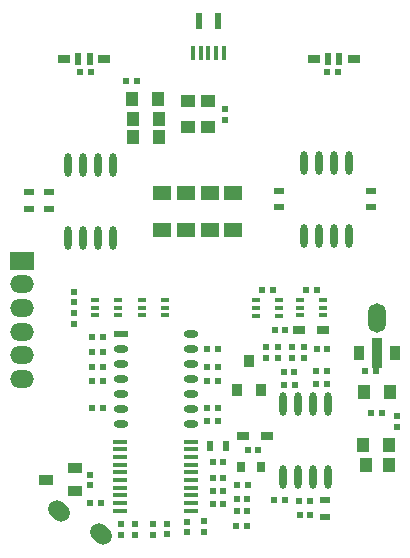
<source format=gtp>
%FSLAX25Y25*%
%MOIN*%
G70*
G01*
G75*
G04 Layer_Color=8421504*
%ADD10C,0.00787*%
%ADD11C,0.01181*%
%ADD12C,0.00984*%
%ADD13R,0.01969X0.02362*%
%ADD14R,0.03937X0.03150*%
%ADD15R,0.03150X0.03543*%
%ADD16R,0.02756X0.01575*%
%ADD17R,0.02362X0.01969*%
%ADD18R,0.04724X0.03543*%
%ADD19R,0.03937X0.02756*%
%ADD20R,0.01969X0.03937*%
%ADD21R,0.02362X0.03937*%
%ADD22O,0.07874X0.05906*%
%ADD23R,0.07874X0.05906*%
%ADD24R,0.03937X0.04724*%
%ADD25R,0.03543X0.03937*%
%ADD26R,0.04921X0.02362*%
%ADD27O,0.04921X0.02362*%
%ADD28R,0.04724X0.03937*%
%ADD29R,0.03543X0.02362*%
%ADD30R,0.06299X0.04921*%
%ADD31O,0.02362X0.07874*%
%ADD32R,0.04724X0.01575*%
%ADD33O,0.02362X0.07874*%
%ADD34R,0.03400X0.10000*%
%ADD35R,0.03400X0.05000*%
%ADD36R,0.02362X0.03543*%
G04:AMPARAMS|DCode=37|XSize=59.06mil|YSize=78.74mil|CornerRadius=0mil|HoleSize=0mil|Usage=FLASHONLY|Rotation=45.000|XOffset=0mil|YOffset=0mil|HoleType=Round|Shape=Round|*
%AMOVALD37*
21,1,0.01969,0.05906,0.00000,0.00000,135.0*
1,1,0.05906,0.00696,-0.00696*
1,1,0.05906,-0.00696,0.00696*
%
%ADD37OVALD37*%

%ADD38R,0.01575X0.04921*%
%ADD39R,0.02362X0.05315*%
%ADD40C,0.01969*%
%ADD41C,0.03937*%
%ADD42C,0.05906*%
%ADD43R,0.06717X0.02806*%
%ADD44R,0.15106X0.14091*%
%ADD45R,0.12325X0.05909*%
%ADD46R,0.08728X0.04000*%
%ADD47R,0.07905X0.22706*%
%ADD48R,0.47900X0.06374*%
%ADD49R,0.06200X0.11200*%
%ADD50R,0.02400X0.07447*%
%ADD51R,0.11060X0.04191*%
%ADD52R,0.38700X0.08270*%
%ADD53R,0.31672X0.09600*%
%ADD54C,0.03937*%
%ADD55C,0.09843*%
%ADD56O,0.11811X0.09843*%
%ADD57C,0.05118*%
%ADD58O,0.04331X0.07087*%
%ADD59C,0.02362*%
%ADD60C,0.07874*%
%ADD61R,0.07874X0.07874*%
%ADD62R,0.05906X0.07874*%
%ADD63C,0.04724*%
%ADD64C,0.00197*%
%ADD65C,0.00394*%
%ADD66C,0.00591*%
%ADD67C,0.01969*%
%ADD68C,0.00250*%
%ADD69C,0.00200*%
%ADD70C,0.00500*%
%ADD71C,0.00374*%
%ADD72C,0.00400*%
%ADD73C,0.00800*%
%ADD74R,0.00200X0.00700*%
%ADD75R,0.00300X0.00600*%
%ADD76R,0.00300X0.00500*%
%ADD77O,0.05906X0.09843*%
D13*
X43110Y69882D02*
D03*
X39567D02*
D03*
X-39109D02*
D03*
X-42653D02*
D03*
X9328Y-81400D02*
D03*
X12872D02*
D03*
X16666Y-56334D02*
D03*
X13122D02*
D03*
X5072Y-65500D02*
D03*
X1528D02*
D03*
X25228Y-34378D02*
D03*
X28772D02*
D03*
X-23819Y66929D02*
D03*
X-27362D02*
D03*
X30528Y-77800D02*
D03*
X34072D02*
D03*
X22020Y-72955D02*
D03*
X25563D02*
D03*
X39690Y-22495D02*
D03*
X36147D02*
D03*
X-39292Y-73835D02*
D03*
X-35748D02*
D03*
X1528Y-69700D02*
D03*
X5072D02*
D03*
X1501Y-60199D02*
D03*
X5045D02*
D03*
X54348Y-43798D02*
D03*
X57891D02*
D03*
X52379Y-29806D02*
D03*
X55923D02*
D03*
X5072Y-74100D02*
D03*
X1528D02*
D03*
X22204Y-16326D02*
D03*
X25748D02*
D03*
X28657Y-30300D02*
D03*
X25114D02*
D03*
X36094Y-29806D02*
D03*
X39638D02*
D03*
X30246Y-73012D02*
D03*
X33789D02*
D03*
X36021Y-34100D02*
D03*
X39565D02*
D03*
X13116Y-67771D02*
D03*
X9572D02*
D03*
X9528Y-76500D02*
D03*
X13072D02*
D03*
Y-72500D02*
D03*
X9528D02*
D03*
X17931Y-2953D02*
D03*
X21474D02*
D03*
X32694D02*
D03*
X36238D02*
D03*
X-38656Y-18558D02*
D03*
X-35113D02*
D03*
Y-23480D02*
D03*
X-38656D02*
D03*
Y-33322D02*
D03*
X-35113D02*
D03*
Y-28401D02*
D03*
X-38656D02*
D03*
Y-42180D02*
D03*
X-35113D02*
D03*
X-270D02*
D03*
X3273D02*
D03*
X3272Y-46500D02*
D03*
X-272D02*
D03*
X3273Y-22495D02*
D03*
X-270D02*
D03*
X3273Y-33322D02*
D03*
X-270D02*
D03*
Y-28401D02*
D03*
X3273D02*
D03*
D14*
X19437Y-51400D02*
D03*
X11563D02*
D03*
X30380Y-16091D02*
D03*
X38254D02*
D03*
D15*
X17643Y-61865D02*
D03*
X10950D02*
D03*
D16*
X30537Y-6157D02*
D03*
Y-8716D02*
D03*
Y-11275D02*
D03*
X38411Y-6157D02*
D03*
Y-8716D02*
D03*
Y-11275D02*
D03*
X15765Y-6299D02*
D03*
Y-8858D02*
D03*
Y-11417D02*
D03*
X23639Y-6299D02*
D03*
Y-8858D02*
D03*
Y-11417D02*
D03*
X-22121Y-6157D02*
D03*
Y-8716D02*
D03*
Y-11275D02*
D03*
X-14247Y-6157D02*
D03*
Y-8716D02*
D03*
Y-11275D02*
D03*
X-37869Y-6157D02*
D03*
Y-8716D02*
D03*
Y-11275D02*
D03*
X-29995Y-6157D02*
D03*
Y-8716D02*
D03*
Y-11275D02*
D03*
D17*
X-39373Y-64419D02*
D03*
Y-67962D02*
D03*
X-29100Y-80928D02*
D03*
Y-84472D02*
D03*
X-13900Y-84272D02*
D03*
Y-80728D02*
D03*
X-7100Y-80128D02*
D03*
Y-83672D02*
D03*
X-44645Y-14032D02*
D03*
Y-10489D02*
D03*
X-1300Y-79928D02*
D03*
Y-83472D02*
D03*
X19323Y-21828D02*
D03*
Y-25372D02*
D03*
X32013Y-25448D02*
D03*
Y-21905D02*
D03*
X-18300Y-80828D02*
D03*
Y-84372D02*
D03*
X-24500Y-80928D02*
D03*
Y-84472D02*
D03*
X23423Y-25406D02*
D03*
Y-21862D02*
D03*
X5717Y53968D02*
D03*
Y57512D02*
D03*
X28076Y-21905D02*
D03*
Y-25448D02*
D03*
X-44645Y-6898D02*
D03*
Y-3354D02*
D03*
X63009Y-48523D02*
D03*
Y-44980D02*
D03*
D18*
X-44489Y-70008D02*
D03*
Y-62134D02*
D03*
X-53938Y-66071D02*
D03*
D19*
X35098Y74185D02*
D03*
X48484D02*
D03*
X-48040D02*
D03*
X-34654D02*
D03*
D20*
X39823D02*
D03*
X-43315D02*
D03*
D21*
X43760D02*
D03*
X-39378D02*
D03*
D22*
X-62205Y-24606D02*
D03*
Y-16732D02*
D03*
Y-8858D02*
D03*
Y-984D02*
D03*
Y-32480D02*
D03*
D23*
Y6890D02*
D03*
D24*
X-25521Y60874D02*
D03*
X-16860D02*
D03*
X60409Y-61047D02*
D03*
X52535D02*
D03*
X60253Y-54412D02*
D03*
X51592D02*
D03*
X60450Y-36909D02*
D03*
X51789D02*
D03*
X-25000Y48228D02*
D03*
X-16339D02*
D03*
X-25000Y54134D02*
D03*
X-16339D02*
D03*
D25*
X9694Y-36124D02*
D03*
X17568D02*
D03*
X13631Y-26676D02*
D03*
D26*
X-29196Y-17608D02*
D03*
D27*
Y-22608D02*
D03*
Y-27608D02*
D03*
Y-32608D02*
D03*
Y-37608D02*
D03*
Y-42608D02*
D03*
Y-47608D02*
D03*
X-5574Y-17608D02*
D03*
Y-22608D02*
D03*
Y-27608D02*
D03*
Y-32608D02*
D03*
Y-37608D02*
D03*
Y-42608D02*
D03*
Y-47608D02*
D03*
D28*
X-6780Y51458D02*
D03*
Y60119D02*
D03*
X20D02*
D03*
Y51458D02*
D03*
D29*
X38903Y-72889D02*
D03*
Y-78401D02*
D03*
X54151Y24803D02*
D03*
Y30315D02*
D03*
X23639D02*
D03*
Y24803D02*
D03*
X-59802Y29806D02*
D03*
Y24295D02*
D03*
X-52912D02*
D03*
Y29806D02*
D03*
D30*
X-15292Y17039D02*
D03*
Y29637D02*
D03*
X-7418D02*
D03*
Y17039D02*
D03*
X456D02*
D03*
Y29637D02*
D03*
X8330D02*
D03*
Y17039D02*
D03*
D31*
X31887Y39514D02*
D03*
X46887Y15105D02*
D03*
X36887D02*
D03*
X46887Y39514D02*
D03*
X36887D02*
D03*
X31887Y15105D02*
D03*
X41887D02*
D03*
Y39514D02*
D03*
X-46853Y38875D02*
D03*
X-31853Y14465D02*
D03*
X-41853D02*
D03*
X-31853Y38875D02*
D03*
X-41853D02*
D03*
X-46853Y14465D02*
D03*
X-36853D02*
D03*
Y38875D02*
D03*
D32*
X-29500Y-76394D02*
D03*
X-5877D02*
D03*
X-29500Y-73835D02*
D03*
Y-71276D02*
D03*
Y-68716D02*
D03*
Y-66157D02*
D03*
Y-63598D02*
D03*
Y-61039D02*
D03*
Y-58480D02*
D03*
Y-55921D02*
D03*
Y-53362D02*
D03*
X-5877D02*
D03*
Y-55921D02*
D03*
Y-58480D02*
D03*
Y-61039D02*
D03*
Y-63598D02*
D03*
Y-66157D02*
D03*
Y-68716D02*
D03*
Y-71276D02*
D03*
Y-73835D02*
D03*
D33*
X34817Y-40807D02*
D03*
X34817Y-65216D02*
D03*
X24817D02*
D03*
X29817Y-40807D02*
D03*
X39817Y-40807D02*
D03*
X29817Y-65216D02*
D03*
X39817D02*
D03*
X24817Y-40807D02*
D03*
D34*
X56120Y-23901D02*
D03*
D35*
X62120D02*
D03*
X50120D02*
D03*
D36*
X6029Y-54976D02*
D03*
X517D02*
D03*
D37*
X-35800Y-84100D02*
D03*
X-49600Y-76500D02*
D03*
D38*
X5118Y76246D02*
D03*
X2559D02*
D03*
X0D02*
D03*
X-2559D02*
D03*
X-5118D02*
D03*
D39*
X-3150Y86679D02*
D03*
X3150D02*
D03*
D77*
X56120Y-12101D02*
D03*
M02*

</source>
